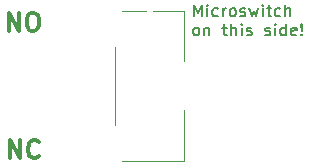
<source format=gto>
%TF.GenerationSoftware,KiCad,Pcbnew,(6.0.4)*%
%TF.CreationDate,2022-03-24T18:37:27-03:00*%
%TF.ProjectId,PCB_Klicky_Probe,5043425f-4b6c-4696-936b-795f50726f62,rev?*%
%TF.SameCoordinates,Original*%
%TF.FileFunction,Legend,Top*%
%TF.FilePolarity,Positive*%
%FSLAX46Y46*%
G04 Gerber Fmt 4.6, Leading zero omitted, Abs format (unit mm)*
G04 Created by KiCad (PCBNEW (6.0.4)) date 2022-03-24 18:37:27*
%MOMM*%
%LPD*%
G01*
G04 APERTURE LIST*
%ADD10C,0.150000*%
%ADD11C,0.300000*%
%ADD12C,0.120000*%
%ADD13C,2.540000*%
%ADD14C,6.350000*%
G04 APERTURE END LIST*
D10*
X107025595Y-81097380D02*
X107025595Y-80097380D01*
X107358928Y-80811666D01*
X107692261Y-80097380D01*
X107692261Y-81097380D01*
X108168452Y-81097380D02*
X108168452Y-80430714D01*
X108168452Y-80097380D02*
X108120833Y-80145000D01*
X108168452Y-80192619D01*
X108216071Y-80145000D01*
X108168452Y-80097380D01*
X108168452Y-80192619D01*
X109073214Y-81049761D02*
X108977976Y-81097380D01*
X108787500Y-81097380D01*
X108692261Y-81049761D01*
X108644642Y-81002142D01*
X108597023Y-80906904D01*
X108597023Y-80621190D01*
X108644642Y-80525952D01*
X108692261Y-80478333D01*
X108787500Y-80430714D01*
X108977976Y-80430714D01*
X109073214Y-80478333D01*
X109501785Y-81097380D02*
X109501785Y-80430714D01*
X109501785Y-80621190D02*
X109549404Y-80525952D01*
X109597023Y-80478333D01*
X109692261Y-80430714D01*
X109787500Y-80430714D01*
X110263690Y-81097380D02*
X110168452Y-81049761D01*
X110120833Y-81002142D01*
X110073214Y-80906904D01*
X110073214Y-80621190D01*
X110120833Y-80525952D01*
X110168452Y-80478333D01*
X110263690Y-80430714D01*
X110406547Y-80430714D01*
X110501785Y-80478333D01*
X110549404Y-80525952D01*
X110597023Y-80621190D01*
X110597023Y-80906904D01*
X110549404Y-81002142D01*
X110501785Y-81049761D01*
X110406547Y-81097380D01*
X110263690Y-81097380D01*
X110977976Y-81049761D02*
X111073214Y-81097380D01*
X111263690Y-81097380D01*
X111358928Y-81049761D01*
X111406547Y-80954523D01*
X111406547Y-80906904D01*
X111358928Y-80811666D01*
X111263690Y-80764047D01*
X111120833Y-80764047D01*
X111025595Y-80716428D01*
X110977976Y-80621190D01*
X110977976Y-80573571D01*
X111025595Y-80478333D01*
X111120833Y-80430714D01*
X111263690Y-80430714D01*
X111358928Y-80478333D01*
X111739880Y-80430714D02*
X111930357Y-81097380D01*
X112120833Y-80621190D01*
X112311309Y-81097380D01*
X112501785Y-80430714D01*
X112882738Y-81097380D02*
X112882738Y-80430714D01*
X112882738Y-80097380D02*
X112835119Y-80145000D01*
X112882738Y-80192619D01*
X112930357Y-80145000D01*
X112882738Y-80097380D01*
X112882738Y-80192619D01*
X113216071Y-80430714D02*
X113597023Y-80430714D01*
X113358928Y-80097380D02*
X113358928Y-80954523D01*
X113406547Y-81049761D01*
X113501785Y-81097380D01*
X113597023Y-81097380D01*
X114358928Y-81049761D02*
X114263690Y-81097380D01*
X114073214Y-81097380D01*
X113977976Y-81049761D01*
X113930357Y-81002142D01*
X113882738Y-80906904D01*
X113882738Y-80621190D01*
X113930357Y-80525952D01*
X113977976Y-80478333D01*
X114073214Y-80430714D01*
X114263690Y-80430714D01*
X114358928Y-80478333D01*
X114787500Y-81097380D02*
X114787500Y-80097380D01*
X115216071Y-81097380D02*
X115216071Y-80573571D01*
X115168452Y-80478333D01*
X115073214Y-80430714D01*
X114930357Y-80430714D01*
X114835119Y-80478333D01*
X114787500Y-80525952D01*
X107168452Y-82707380D02*
X107073214Y-82659761D01*
X107025595Y-82612142D01*
X106977976Y-82516904D01*
X106977976Y-82231190D01*
X107025595Y-82135952D01*
X107073214Y-82088333D01*
X107168452Y-82040714D01*
X107311309Y-82040714D01*
X107406547Y-82088333D01*
X107454166Y-82135952D01*
X107501785Y-82231190D01*
X107501785Y-82516904D01*
X107454166Y-82612142D01*
X107406547Y-82659761D01*
X107311309Y-82707380D01*
X107168452Y-82707380D01*
X107930357Y-82040714D02*
X107930357Y-82707380D01*
X107930357Y-82135952D02*
X107977976Y-82088333D01*
X108073214Y-82040714D01*
X108216071Y-82040714D01*
X108311309Y-82088333D01*
X108358928Y-82183571D01*
X108358928Y-82707380D01*
X109454166Y-82040714D02*
X109835119Y-82040714D01*
X109597023Y-81707380D02*
X109597023Y-82564523D01*
X109644642Y-82659761D01*
X109739880Y-82707380D01*
X109835119Y-82707380D01*
X110168452Y-82707380D02*
X110168452Y-81707380D01*
X110597023Y-82707380D02*
X110597023Y-82183571D01*
X110549404Y-82088333D01*
X110454166Y-82040714D01*
X110311309Y-82040714D01*
X110216071Y-82088333D01*
X110168452Y-82135952D01*
X111073214Y-82707380D02*
X111073214Y-82040714D01*
X111073214Y-81707380D02*
X111025595Y-81755000D01*
X111073214Y-81802619D01*
X111120833Y-81755000D01*
X111073214Y-81707380D01*
X111073214Y-81802619D01*
X111501785Y-82659761D02*
X111597023Y-82707380D01*
X111787500Y-82707380D01*
X111882738Y-82659761D01*
X111930357Y-82564523D01*
X111930357Y-82516904D01*
X111882738Y-82421666D01*
X111787500Y-82374047D01*
X111644642Y-82374047D01*
X111549404Y-82326428D01*
X111501785Y-82231190D01*
X111501785Y-82183571D01*
X111549404Y-82088333D01*
X111644642Y-82040714D01*
X111787500Y-82040714D01*
X111882738Y-82088333D01*
X113073214Y-82659761D02*
X113168452Y-82707380D01*
X113358928Y-82707380D01*
X113454166Y-82659761D01*
X113501785Y-82564523D01*
X113501785Y-82516904D01*
X113454166Y-82421666D01*
X113358928Y-82374047D01*
X113216071Y-82374047D01*
X113120833Y-82326428D01*
X113073214Y-82231190D01*
X113073214Y-82183571D01*
X113120833Y-82088333D01*
X113216071Y-82040714D01*
X113358928Y-82040714D01*
X113454166Y-82088333D01*
X113930357Y-82707380D02*
X113930357Y-82040714D01*
X113930357Y-81707380D02*
X113882738Y-81755000D01*
X113930357Y-81802619D01*
X113977976Y-81755000D01*
X113930357Y-81707380D01*
X113930357Y-81802619D01*
X114835119Y-82707380D02*
X114835119Y-81707380D01*
X114835119Y-82659761D02*
X114739880Y-82707380D01*
X114549404Y-82707380D01*
X114454166Y-82659761D01*
X114406547Y-82612142D01*
X114358928Y-82516904D01*
X114358928Y-82231190D01*
X114406547Y-82135952D01*
X114454166Y-82088333D01*
X114549404Y-82040714D01*
X114739880Y-82040714D01*
X114835119Y-82088333D01*
X115692261Y-82659761D02*
X115597023Y-82707380D01*
X115406547Y-82707380D01*
X115311309Y-82659761D01*
X115263690Y-82564523D01*
X115263690Y-82183571D01*
X115311309Y-82088333D01*
X115406547Y-82040714D01*
X115597023Y-82040714D01*
X115692261Y-82088333D01*
X115739880Y-82183571D01*
X115739880Y-82278809D01*
X115263690Y-82374047D01*
X116168452Y-82612142D02*
X116216071Y-82659761D01*
X116168452Y-82707380D01*
X116120833Y-82659761D01*
X116168452Y-82612142D01*
X116168452Y-82707380D01*
X116168452Y-82326428D02*
X116120833Y-81755000D01*
X116168452Y-81707380D01*
X116216071Y-81755000D01*
X116168452Y-82326428D01*
X116168452Y-81707380D01*
D11*
X91399285Y-82298571D02*
X91399285Y-80798571D01*
X92256428Y-82298571D01*
X92256428Y-80798571D01*
X93256428Y-80798571D02*
X93542142Y-80798571D01*
X93685000Y-80870000D01*
X93827857Y-81012857D01*
X93899285Y-81298571D01*
X93899285Y-81798571D01*
X93827857Y-82084285D01*
X93685000Y-82227142D01*
X93542142Y-82298571D01*
X93256428Y-82298571D01*
X93113571Y-82227142D01*
X92970714Y-82084285D01*
X92899285Y-81798571D01*
X92899285Y-81298571D01*
X92970714Y-81012857D01*
X93113571Y-80870000D01*
X93256428Y-80798571D01*
X91470714Y-93098571D02*
X91470714Y-91598571D01*
X92327857Y-93098571D01*
X92327857Y-91598571D01*
X93899285Y-92955714D02*
X93827857Y-93027142D01*
X93613571Y-93098571D01*
X93470714Y-93098571D01*
X93256428Y-93027142D01*
X93113571Y-92884285D01*
X93042142Y-92741428D01*
X92970714Y-92455714D01*
X92970714Y-92241428D01*
X93042142Y-91955714D01*
X93113571Y-91812857D01*
X93256428Y-91670000D01*
X93470714Y-91598571D01*
X93613571Y-91598571D01*
X93827857Y-91670000D01*
X93899285Y-91741428D01*
D10*
%TO.C,SW1*%
X109214761Y-88353333D02*
X109262380Y-88210476D01*
X109262380Y-87972380D01*
X109214761Y-87877142D01*
X109167142Y-87829523D01*
X109071904Y-87781904D01*
X108976666Y-87781904D01*
X108881428Y-87829523D01*
X108833809Y-87877142D01*
X108786190Y-87972380D01*
X108738571Y-88162857D01*
X108690952Y-88258095D01*
X108643333Y-88305714D01*
X108548095Y-88353333D01*
X108452857Y-88353333D01*
X108357619Y-88305714D01*
X108310000Y-88258095D01*
X108262380Y-88162857D01*
X108262380Y-87924761D01*
X108310000Y-87781904D01*
X108262380Y-87448571D02*
X109262380Y-87210476D01*
X108548095Y-87020000D01*
X109262380Y-86829523D01*
X108262380Y-86591428D01*
X109262380Y-85686666D02*
X109262380Y-86258095D01*
X109262380Y-85972380D02*
X108262380Y-85972380D01*
X108405238Y-86067619D01*
X108500476Y-86162857D01*
X108548095Y-86258095D01*
D12*
X100400000Y-80670000D02*
X106200000Y-80670000D01*
X106200000Y-93370000D02*
X100400000Y-93370000D01*
X106200000Y-80670000D02*
X106200000Y-93370000D01*
X100400000Y-93370000D02*
X100400000Y-80670000D01*
%TD*%
%LPC*%
D13*
%TO.C,SW1*%
X103300000Y-81940000D03*
X103300000Y-87020000D03*
X103300000Y-92100000D03*
%TD*%
D14*
%TO.C,H2*%
X97910000Y-92420000D03*
%TD*%
%TO.C,H3*%
X97910000Y-81620000D03*
%TD*%
%TO.C,H1*%
X108710000Y-87020000D03*
%TD*%
M02*

</source>
